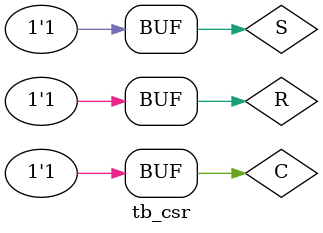
<source format=v>
`timescale 1ns / 1ps


module tb_csr(

    );
reg R;
reg C;
reg S;
wire Qbar;
wire Q;
C_SR_latch csrlatch( 
    .R(R),
    .C(C),
    .S(S),
    .Q(Q),
    .Qbar(Qbar)
);

initial begin
    C = 1'b0; R = 1'b0; S = 1'b1;
    #10; R = 1'b0; S = 1'b0;
    #10; R = 1'b1; S = 1'b0;
    #10; R = 1'b1; S = 1'b1;
    #10;
    C = 1'b1; R = 1'b0; S = 1'b1;
    #10; R = 1'b0; S = 1'b0;
    #10; R = 1'b1; S = 1'b0;
    #10; R = 1'b1; S = 1'b1;

end
endmodule

</source>
